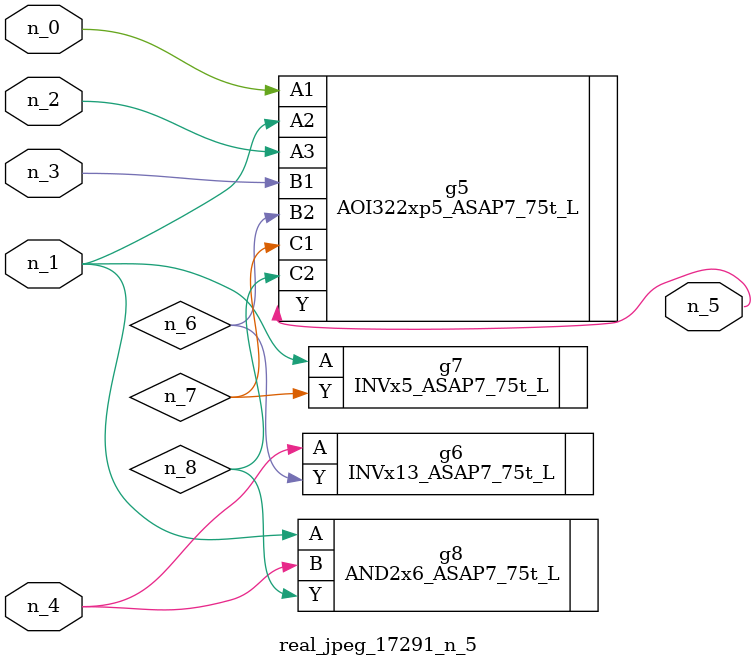
<source format=v>
module real_jpeg_17291_n_5 (n_4, n_0, n_1, n_2, n_3, n_5);

input n_4;
input n_0;
input n_1;
input n_2;
input n_3;

output n_5;

wire n_8;
wire n_6;
wire n_7;

AOI322xp5_ASAP7_75t_L g5 ( 
.A1(n_0),
.A2(n_1),
.A3(n_2),
.B1(n_3),
.B2(n_6),
.C1(n_7),
.C2(n_8),
.Y(n_5)
);

INVx5_ASAP7_75t_L g7 ( 
.A(n_1),
.Y(n_7)
);

AND2x6_ASAP7_75t_L g8 ( 
.A(n_1),
.B(n_4),
.Y(n_8)
);

INVx13_ASAP7_75t_L g6 ( 
.A(n_4),
.Y(n_6)
);


endmodule
</source>
